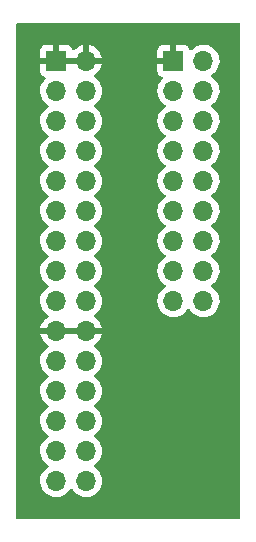
<source format=gtl>
%TF.GenerationSoftware,KiCad,Pcbnew,(5.99.0-11691-gd9cf939ba1)*%
%TF.CreationDate,2021-08-18T15:14:57+12:00*%
%TF.ProjectId,pmod_ov7670,706d6f64-5f6f-4763-9736-37302e6b6963,rev?*%
%TF.SameCoordinates,Original*%
%TF.FileFunction,Copper,L1,Top*%
%TF.FilePolarity,Positive*%
%FSLAX46Y46*%
G04 Gerber Fmt 4.6, Leading zero omitted, Abs format (unit mm)*
G04 Created by KiCad (PCBNEW (5.99.0-11691-gd9cf939ba1)) date 2021-08-18 15:14:57*
%MOMM*%
%LPD*%
G01*
G04 APERTURE LIST*
%TA.AperFunction,ComponentPad*%
%ADD10R,1.700000X1.700000*%
%TD*%
%TA.AperFunction,ComponentPad*%
%ADD11O,1.700000X1.700000*%
%TD*%
G04 APERTURE END LIST*
D10*
%TO.P,J2,1,Pin_1*%
%TO.N,+3V3*%
X31825000Y-21700000D03*
D11*
%TO.P,J2,2,Pin_2*%
%TO.N,GND*%
X34365000Y-21700000D03*
%TO.P,J2,3,Pin_3*%
%TO.N,/CAM_SCL*%
X31825000Y-24240000D03*
%TO.P,J2,4,Pin_4*%
%TO.N,/F20*%
X34365000Y-24240000D03*
%TO.P,J2,5,Pin_5*%
%TO.N,/CAM_VSY*%
X31825000Y-26780000D03*
%TO.P,J2,6,Pin_6*%
%TO.N,/B20*%
X34365000Y-26780000D03*
%TO.P,J2,7,Pin_7*%
%TO.N,/CAM_PCLK*%
X31825000Y-29320000D03*
%TO.P,J2,8,Pin_8*%
%TO.N,/B18*%
X34365000Y-29320000D03*
%TO.P,J2,9,Pin_9*%
%TO.N,/CAM_D7*%
X31825000Y-31860000D03*
%TO.P,J2,10,Pin_10*%
%TO.N,/C17*%
X34365000Y-31860000D03*
%TO.P,J2,11,Pin_11*%
%TO.N,/CAM_D5*%
X31825000Y-34400000D03*
%TO.P,J2,12,Pin_12*%
%TO.N,/D3*%
X34365000Y-34400000D03*
%TO.P,J2,13,Pin_13*%
%TO.N,/C3*%
X31825000Y-36940000D03*
%TO.P,J2,14,Pin_14*%
%TO.N,/B4*%
X34365000Y-36940000D03*
%TO.P,J2,15,Pin_15*%
%TO.N,/A3*%
X31825000Y-39480000D03*
%TO.P,J2,16,Pin_16*%
%TO.N,/E3*%
X34365000Y-39480000D03*
%TO.P,J2,17,Pin_17*%
%TO.N,/B1*%
X31825000Y-42020000D03*
%TO.P,J2,18,Pin_18*%
%TO.N,/C2*%
X34365000Y-42020000D03*
%TD*%
D10*
%TO.P,J1,1,Pin_1*%
%TO.N,+3V3*%
X21900000Y-21700000D03*
D11*
%TO.P,J1,2,Pin_2*%
X24440000Y-21700000D03*
%TO.P,J1,3,Pin_3*%
%TO.N,GND*%
X21900000Y-24240000D03*
%TO.P,J1,4,Pin_4*%
X24440000Y-24240000D03*
%TO.P,J1,5,Pin_5*%
%TO.N,/CAM_SCL*%
X21900000Y-26780000D03*
%TO.P,J1,6,Pin_6*%
%TO.N,/F20*%
X24440000Y-26780000D03*
%TO.P,J1,7,Pin_7*%
%TO.N,/CAM_VSY*%
X21900000Y-29320000D03*
%TO.P,J1,8,Pin_8*%
%TO.N,/B20*%
X24440000Y-29320000D03*
%TO.P,J1,9,Pin_9*%
%TO.N,/CAM_PCLK*%
X21900000Y-31860000D03*
%TO.P,J1,10,Pin_10*%
%TO.N,/B18*%
X24440000Y-31860000D03*
%TO.P,J1,11,Pin_11*%
%TO.N,/CAM_D7*%
X21900000Y-34400000D03*
%TO.P,J1,12,Pin_12*%
%TO.N,/C17*%
X24440000Y-34400000D03*
%TO.P,J1,13,Pin_13*%
%TO.N,/CAM_D5*%
X21900000Y-36940000D03*
%TO.P,J1,14,Pin_14*%
%TO.N,/D3*%
X24440000Y-36940000D03*
%TO.P,J1,15,Pin_15*%
%TO.N,GND*%
X21900000Y-39480000D03*
%TO.P,J1,16,Pin_16*%
%TO.N,+5V*%
X24440000Y-39480000D03*
%TO.P,J1,17,Pin_17*%
%TO.N,/C3*%
X21900000Y-42020000D03*
%TO.P,J1,18,Pin_18*%
%TO.N,/B4*%
X24440000Y-42020000D03*
%TO.P,J1,19,Pin_19*%
%TO.N,+3V3*%
X21900000Y-44560000D03*
%TO.P,J1,20,Pin_20*%
X24440000Y-44560000D03*
%TO.P,J1,21,Pin_21*%
%TO.N,GND*%
X21900000Y-47100000D03*
%TO.P,J1,22,Pin_22*%
X24440000Y-47100000D03*
%TO.P,J1,23,Pin_23*%
%TO.N,/A3*%
X21900000Y-49640000D03*
%TO.P,J1,24,Pin_24*%
%TO.N,/E3*%
X24440000Y-49640000D03*
%TO.P,J1,25,Pin_25*%
%TO.N,/B1*%
X21900000Y-52180000D03*
%TO.P,J1,26,Pin_26*%
%TO.N,/C2*%
X24440000Y-52180000D03*
%TO.P,J1,27,Pin_27*%
%TO.N,/D2*%
X21900000Y-54720000D03*
%TO.P,J1,28,Pin_28*%
%TO.N,/C1*%
X24440000Y-54720000D03*
%TO.P,J1,29,Pin_29*%
%TO.N,/E2*%
X21900000Y-57260000D03*
%TO.P,J1,30,Pin_30*%
%TO.N,/D1*%
X24440000Y-57260000D03*
%TD*%
%TA.AperFunction,Conductor*%
%TO.N,+3V3*%
G36*
X37434121Y-18528002D02*
G01*
X37480614Y-18581658D01*
X37492000Y-18634000D01*
X37492000Y-60366000D01*
X37471998Y-60434121D01*
X37418342Y-60480614D01*
X37366000Y-60492000D01*
X18634000Y-60492000D01*
X18565879Y-60471998D01*
X18519386Y-60418342D01*
X18508000Y-60366000D01*
X18508000Y-47066695D01*
X20537251Y-47066695D01*
X20537548Y-47071848D01*
X20537548Y-47071851D01*
X20543011Y-47166590D01*
X20550110Y-47289715D01*
X20551247Y-47294761D01*
X20551248Y-47294767D01*
X20571119Y-47382939D01*
X20599222Y-47507639D01*
X20683266Y-47714616D01*
X20734019Y-47797438D01*
X20797291Y-47900688D01*
X20799987Y-47905088D01*
X20946250Y-48073938D01*
X21118126Y-48216632D01*
X21188595Y-48257811D01*
X21191445Y-48259476D01*
X21240169Y-48311114D01*
X21253240Y-48380897D01*
X21226509Y-48446669D01*
X21186055Y-48480027D01*
X21173607Y-48486507D01*
X21169474Y-48489610D01*
X21169471Y-48489612D01*
X21145247Y-48507800D01*
X20994965Y-48620635D01*
X20840629Y-48782138D01*
X20714743Y-48966680D01*
X20620688Y-49169305D01*
X20560989Y-49384570D01*
X20537251Y-49606695D01*
X20537548Y-49611848D01*
X20537548Y-49611851D01*
X20543011Y-49706590D01*
X20550110Y-49829715D01*
X20551247Y-49834761D01*
X20551248Y-49834767D01*
X20571119Y-49922939D01*
X20599222Y-50047639D01*
X20683266Y-50254616D01*
X20734019Y-50337438D01*
X20797291Y-50440688D01*
X20799987Y-50445088D01*
X20946250Y-50613938D01*
X21118126Y-50756632D01*
X21188595Y-50797811D01*
X21191445Y-50799476D01*
X21240169Y-50851114D01*
X21253240Y-50920897D01*
X21226509Y-50986669D01*
X21186055Y-51020027D01*
X21173607Y-51026507D01*
X21169474Y-51029610D01*
X21169471Y-51029612D01*
X21145247Y-51047800D01*
X20994965Y-51160635D01*
X20840629Y-51322138D01*
X20714743Y-51506680D01*
X20620688Y-51709305D01*
X20560989Y-51924570D01*
X20537251Y-52146695D01*
X20537548Y-52151848D01*
X20537548Y-52151851D01*
X20543011Y-52246590D01*
X20550110Y-52369715D01*
X20551247Y-52374761D01*
X20551248Y-52374767D01*
X20571119Y-52462939D01*
X20599222Y-52587639D01*
X20683266Y-52794616D01*
X20734019Y-52877438D01*
X20797291Y-52980688D01*
X20799987Y-52985088D01*
X20946250Y-53153938D01*
X21118126Y-53296632D01*
X21188595Y-53337811D01*
X21191445Y-53339476D01*
X21240169Y-53391114D01*
X21253240Y-53460897D01*
X21226509Y-53526669D01*
X21186055Y-53560027D01*
X21173607Y-53566507D01*
X21169474Y-53569610D01*
X21169471Y-53569612D01*
X21145247Y-53587800D01*
X20994965Y-53700635D01*
X20840629Y-53862138D01*
X20714743Y-54046680D01*
X20620688Y-54249305D01*
X20560989Y-54464570D01*
X20537251Y-54686695D01*
X20537548Y-54691848D01*
X20537548Y-54691851D01*
X20543011Y-54786590D01*
X20550110Y-54909715D01*
X20551247Y-54914761D01*
X20551248Y-54914767D01*
X20571119Y-55002939D01*
X20599222Y-55127639D01*
X20683266Y-55334616D01*
X20734019Y-55417438D01*
X20797291Y-55520688D01*
X20799987Y-55525088D01*
X20946250Y-55693938D01*
X21118126Y-55836632D01*
X21188595Y-55877811D01*
X21191445Y-55879476D01*
X21240169Y-55931114D01*
X21253240Y-56000897D01*
X21226509Y-56066669D01*
X21186055Y-56100027D01*
X21173607Y-56106507D01*
X21169474Y-56109610D01*
X21169471Y-56109612D01*
X21145247Y-56127800D01*
X20994965Y-56240635D01*
X20840629Y-56402138D01*
X20714743Y-56586680D01*
X20620688Y-56789305D01*
X20560989Y-57004570D01*
X20537251Y-57226695D01*
X20537548Y-57231848D01*
X20537548Y-57231851D01*
X20543011Y-57326590D01*
X20550110Y-57449715D01*
X20551247Y-57454761D01*
X20551248Y-57454767D01*
X20571119Y-57542939D01*
X20599222Y-57667639D01*
X20683266Y-57874616D01*
X20734019Y-57957438D01*
X20797291Y-58060688D01*
X20799987Y-58065088D01*
X20946250Y-58233938D01*
X21118126Y-58376632D01*
X21311000Y-58489338D01*
X21519692Y-58569030D01*
X21524760Y-58570061D01*
X21524763Y-58570062D01*
X21632017Y-58591883D01*
X21738597Y-58613567D01*
X21743772Y-58613757D01*
X21743774Y-58613757D01*
X21956673Y-58621564D01*
X21956677Y-58621564D01*
X21961837Y-58621753D01*
X21966957Y-58621097D01*
X21966959Y-58621097D01*
X22178288Y-58594025D01*
X22178289Y-58594025D01*
X22183416Y-58593368D01*
X22188366Y-58591883D01*
X22392429Y-58530661D01*
X22392434Y-58530659D01*
X22397384Y-58529174D01*
X22597994Y-58430896D01*
X22779860Y-58301173D01*
X22938096Y-58143489D01*
X22997594Y-58060689D01*
X23068453Y-57962077D01*
X23069776Y-57963028D01*
X23116645Y-57919857D01*
X23186580Y-57907625D01*
X23252026Y-57935144D01*
X23279875Y-57966994D01*
X23339987Y-58065088D01*
X23486250Y-58233938D01*
X23658126Y-58376632D01*
X23851000Y-58489338D01*
X24059692Y-58569030D01*
X24064760Y-58570061D01*
X24064763Y-58570062D01*
X24172017Y-58591883D01*
X24278597Y-58613567D01*
X24283772Y-58613757D01*
X24283774Y-58613757D01*
X24496673Y-58621564D01*
X24496677Y-58621564D01*
X24501837Y-58621753D01*
X24506957Y-58621097D01*
X24506959Y-58621097D01*
X24718288Y-58594025D01*
X24718289Y-58594025D01*
X24723416Y-58593368D01*
X24728366Y-58591883D01*
X24932429Y-58530661D01*
X24932434Y-58530659D01*
X24937384Y-58529174D01*
X25137994Y-58430896D01*
X25319860Y-58301173D01*
X25478096Y-58143489D01*
X25537594Y-58060689D01*
X25605435Y-57966277D01*
X25608453Y-57962077D01*
X25629320Y-57919857D01*
X25705136Y-57766453D01*
X25705137Y-57766451D01*
X25707430Y-57761811D01*
X25772370Y-57548069D01*
X25801529Y-57326590D01*
X25803156Y-57260000D01*
X25784852Y-57037361D01*
X25730431Y-56820702D01*
X25641354Y-56615840D01*
X25520014Y-56428277D01*
X25369670Y-56263051D01*
X25365619Y-56259852D01*
X25365615Y-56259848D01*
X25198414Y-56127800D01*
X25198410Y-56127798D01*
X25194359Y-56124598D01*
X25153053Y-56101796D01*
X25103084Y-56051364D01*
X25088312Y-55981921D01*
X25113428Y-55915516D01*
X25140780Y-55888909D01*
X25184603Y-55857650D01*
X25319860Y-55761173D01*
X25478096Y-55603489D01*
X25537594Y-55520689D01*
X25605435Y-55426277D01*
X25608453Y-55422077D01*
X25629320Y-55379857D01*
X25705136Y-55226453D01*
X25705137Y-55226451D01*
X25707430Y-55221811D01*
X25772370Y-55008069D01*
X25801529Y-54786590D01*
X25803156Y-54720000D01*
X25784852Y-54497361D01*
X25730431Y-54280702D01*
X25641354Y-54075840D01*
X25520014Y-53888277D01*
X25369670Y-53723051D01*
X25365619Y-53719852D01*
X25365615Y-53719848D01*
X25198414Y-53587800D01*
X25198410Y-53587798D01*
X25194359Y-53584598D01*
X25153053Y-53561796D01*
X25103084Y-53511364D01*
X25088312Y-53441921D01*
X25113428Y-53375516D01*
X25140780Y-53348909D01*
X25184603Y-53317650D01*
X25319860Y-53221173D01*
X25478096Y-53063489D01*
X25537594Y-52980689D01*
X25605435Y-52886277D01*
X25608453Y-52882077D01*
X25629320Y-52839857D01*
X25705136Y-52686453D01*
X25705137Y-52686451D01*
X25707430Y-52681811D01*
X25772370Y-52468069D01*
X25801529Y-52246590D01*
X25803156Y-52180000D01*
X25784852Y-51957361D01*
X25730431Y-51740702D01*
X25641354Y-51535840D01*
X25520014Y-51348277D01*
X25369670Y-51183051D01*
X25365619Y-51179852D01*
X25365615Y-51179848D01*
X25198414Y-51047800D01*
X25198410Y-51047798D01*
X25194359Y-51044598D01*
X25153053Y-51021796D01*
X25103084Y-50971364D01*
X25088312Y-50901921D01*
X25113428Y-50835516D01*
X25140780Y-50808909D01*
X25184603Y-50777650D01*
X25319860Y-50681173D01*
X25478096Y-50523489D01*
X25537594Y-50440689D01*
X25605435Y-50346277D01*
X25608453Y-50342077D01*
X25629320Y-50299857D01*
X25705136Y-50146453D01*
X25705137Y-50146451D01*
X25707430Y-50141811D01*
X25772370Y-49928069D01*
X25801529Y-49706590D01*
X25803156Y-49640000D01*
X25784852Y-49417361D01*
X25730431Y-49200702D01*
X25641354Y-48995840D01*
X25520014Y-48808277D01*
X25369670Y-48643051D01*
X25365619Y-48639852D01*
X25365615Y-48639848D01*
X25198414Y-48507800D01*
X25198410Y-48507798D01*
X25194359Y-48504598D01*
X25153053Y-48481796D01*
X25103084Y-48431364D01*
X25088312Y-48361921D01*
X25113428Y-48295516D01*
X25140780Y-48268909D01*
X25184603Y-48237650D01*
X25319860Y-48141173D01*
X25478096Y-47983489D01*
X25537594Y-47900689D01*
X25605435Y-47806277D01*
X25608453Y-47802077D01*
X25629320Y-47759857D01*
X25705136Y-47606453D01*
X25705137Y-47606451D01*
X25707430Y-47601811D01*
X25772370Y-47388069D01*
X25801529Y-47166590D01*
X25803156Y-47100000D01*
X25784852Y-46877361D01*
X25730431Y-46660702D01*
X25641354Y-46455840D01*
X25520014Y-46268277D01*
X25369670Y-46103051D01*
X25365619Y-46099852D01*
X25365615Y-46099848D01*
X25198414Y-45967800D01*
X25198410Y-45967798D01*
X25194359Y-45964598D01*
X25152569Y-45941529D01*
X25102598Y-45891097D01*
X25087826Y-45821654D01*
X25112942Y-45755248D01*
X25140294Y-45728641D01*
X25315328Y-45603792D01*
X25323200Y-45597139D01*
X25474052Y-45446812D01*
X25480730Y-45438965D01*
X25605003Y-45266020D01*
X25610313Y-45257183D01*
X25704670Y-45066267D01*
X25708469Y-45056672D01*
X25770377Y-44852910D01*
X25772555Y-44842837D01*
X25773986Y-44831962D01*
X25771775Y-44817778D01*
X25758617Y-44814000D01*
X20583225Y-44814000D01*
X20569694Y-44817973D01*
X20568257Y-44827966D01*
X20598565Y-44962446D01*
X20601645Y-44972275D01*
X20681770Y-45169603D01*
X20686413Y-45178794D01*
X20797694Y-45360388D01*
X20803777Y-45368699D01*
X20943213Y-45529667D01*
X20950580Y-45536883D01*
X21114434Y-45672916D01*
X21122881Y-45678831D01*
X21191969Y-45719203D01*
X21240693Y-45770842D01*
X21253764Y-45840625D01*
X21227033Y-45906396D01*
X21186584Y-45939752D01*
X21173607Y-45946507D01*
X21169474Y-45949610D01*
X21169471Y-45949612D01*
X21145247Y-45967800D01*
X20994965Y-46080635D01*
X20840629Y-46242138D01*
X20714743Y-46426680D01*
X20620688Y-46629305D01*
X20560989Y-46844570D01*
X20537251Y-47066695D01*
X18508000Y-47066695D01*
X18508000Y-24206695D01*
X20537251Y-24206695D01*
X20537548Y-24211848D01*
X20537548Y-24211851D01*
X20543011Y-24306590D01*
X20550110Y-24429715D01*
X20551247Y-24434761D01*
X20551248Y-24434767D01*
X20571119Y-24522939D01*
X20599222Y-24647639D01*
X20683266Y-24854616D01*
X20734019Y-24937438D01*
X20797291Y-25040688D01*
X20799987Y-25045088D01*
X20946250Y-25213938D01*
X21118126Y-25356632D01*
X21188595Y-25397811D01*
X21191445Y-25399476D01*
X21240169Y-25451114D01*
X21253240Y-25520897D01*
X21226509Y-25586669D01*
X21186055Y-25620027D01*
X21173607Y-25626507D01*
X21169474Y-25629610D01*
X21169471Y-25629612D01*
X21145247Y-25647800D01*
X20994965Y-25760635D01*
X20840629Y-25922138D01*
X20714743Y-26106680D01*
X20620688Y-26309305D01*
X20560989Y-26524570D01*
X20537251Y-26746695D01*
X20537548Y-26751848D01*
X20537548Y-26751851D01*
X20543011Y-26846590D01*
X20550110Y-26969715D01*
X20551247Y-26974761D01*
X20551248Y-26974767D01*
X20571119Y-27062939D01*
X20599222Y-27187639D01*
X20683266Y-27394616D01*
X20734019Y-27477438D01*
X20797291Y-27580688D01*
X20799987Y-27585088D01*
X20946250Y-27753938D01*
X21118126Y-27896632D01*
X21188595Y-27937811D01*
X21191445Y-27939476D01*
X21240169Y-27991114D01*
X21253240Y-28060897D01*
X21226509Y-28126669D01*
X21186055Y-28160027D01*
X21173607Y-28166507D01*
X21169474Y-28169610D01*
X21169471Y-28169612D01*
X21145247Y-28187800D01*
X20994965Y-28300635D01*
X20840629Y-28462138D01*
X20714743Y-28646680D01*
X20620688Y-28849305D01*
X20560989Y-29064570D01*
X20537251Y-29286695D01*
X20537548Y-29291848D01*
X20537548Y-29291851D01*
X20543011Y-29386590D01*
X20550110Y-29509715D01*
X20551247Y-29514761D01*
X20551248Y-29514767D01*
X20571119Y-29602939D01*
X20599222Y-29727639D01*
X20683266Y-29934616D01*
X20734019Y-30017438D01*
X20797291Y-30120688D01*
X20799987Y-30125088D01*
X20946250Y-30293938D01*
X21118126Y-30436632D01*
X21188595Y-30477811D01*
X21191445Y-30479476D01*
X21240169Y-30531114D01*
X21253240Y-30600897D01*
X21226509Y-30666669D01*
X21186055Y-30700027D01*
X21173607Y-30706507D01*
X21169474Y-30709610D01*
X21169471Y-30709612D01*
X21145247Y-30727800D01*
X20994965Y-30840635D01*
X20840629Y-31002138D01*
X20714743Y-31186680D01*
X20620688Y-31389305D01*
X20560989Y-31604570D01*
X20537251Y-31826695D01*
X20537548Y-31831848D01*
X20537548Y-31831851D01*
X20543011Y-31926590D01*
X20550110Y-32049715D01*
X20551247Y-32054761D01*
X20551248Y-32054767D01*
X20571119Y-32142939D01*
X20599222Y-32267639D01*
X20683266Y-32474616D01*
X20734019Y-32557438D01*
X20797291Y-32660688D01*
X20799987Y-32665088D01*
X20946250Y-32833938D01*
X21118126Y-32976632D01*
X21188595Y-33017811D01*
X21191445Y-33019476D01*
X21240169Y-33071114D01*
X21253240Y-33140897D01*
X21226509Y-33206669D01*
X21186055Y-33240027D01*
X21173607Y-33246507D01*
X21169474Y-33249610D01*
X21169471Y-33249612D01*
X21145247Y-33267800D01*
X20994965Y-33380635D01*
X20840629Y-33542138D01*
X20714743Y-33726680D01*
X20620688Y-33929305D01*
X20560989Y-34144570D01*
X20537251Y-34366695D01*
X20537548Y-34371848D01*
X20537548Y-34371851D01*
X20543011Y-34466590D01*
X20550110Y-34589715D01*
X20551247Y-34594761D01*
X20551248Y-34594767D01*
X20571119Y-34682939D01*
X20599222Y-34807639D01*
X20683266Y-35014616D01*
X20734019Y-35097438D01*
X20797291Y-35200688D01*
X20799987Y-35205088D01*
X20946250Y-35373938D01*
X21118126Y-35516632D01*
X21188595Y-35557811D01*
X21191445Y-35559476D01*
X21240169Y-35611114D01*
X21253240Y-35680897D01*
X21226509Y-35746669D01*
X21186055Y-35780027D01*
X21173607Y-35786507D01*
X21169474Y-35789610D01*
X21169471Y-35789612D01*
X21145247Y-35807800D01*
X20994965Y-35920635D01*
X20840629Y-36082138D01*
X20714743Y-36266680D01*
X20620688Y-36469305D01*
X20560989Y-36684570D01*
X20537251Y-36906695D01*
X20537548Y-36911848D01*
X20537548Y-36911851D01*
X20543011Y-37006590D01*
X20550110Y-37129715D01*
X20551247Y-37134761D01*
X20551248Y-37134767D01*
X20571119Y-37222939D01*
X20599222Y-37347639D01*
X20683266Y-37554616D01*
X20734019Y-37637438D01*
X20797291Y-37740688D01*
X20799987Y-37745088D01*
X20946250Y-37913938D01*
X21118126Y-38056632D01*
X21188595Y-38097811D01*
X21191445Y-38099476D01*
X21240169Y-38151114D01*
X21253240Y-38220897D01*
X21226509Y-38286669D01*
X21186055Y-38320027D01*
X21173607Y-38326507D01*
X21169474Y-38329610D01*
X21169471Y-38329612D01*
X21145247Y-38347800D01*
X20994965Y-38460635D01*
X20840629Y-38622138D01*
X20714743Y-38806680D01*
X20620688Y-39009305D01*
X20560989Y-39224570D01*
X20537251Y-39446695D01*
X20537548Y-39451848D01*
X20537548Y-39451851D01*
X20543011Y-39546590D01*
X20550110Y-39669715D01*
X20551247Y-39674761D01*
X20551248Y-39674767D01*
X20571119Y-39762939D01*
X20599222Y-39887639D01*
X20683266Y-40094616D01*
X20734019Y-40177438D01*
X20797291Y-40280688D01*
X20799987Y-40285088D01*
X20946250Y-40453938D01*
X21118126Y-40596632D01*
X21188595Y-40637811D01*
X21191445Y-40639476D01*
X21240169Y-40691114D01*
X21253240Y-40760897D01*
X21226509Y-40826669D01*
X21186055Y-40860027D01*
X21173607Y-40866507D01*
X21169474Y-40869610D01*
X21169471Y-40869612D01*
X21145247Y-40887800D01*
X20994965Y-41000635D01*
X20840629Y-41162138D01*
X20714743Y-41346680D01*
X20620688Y-41549305D01*
X20560989Y-41764570D01*
X20537251Y-41986695D01*
X20537548Y-41991848D01*
X20537548Y-41991851D01*
X20543011Y-42086590D01*
X20550110Y-42209715D01*
X20551247Y-42214761D01*
X20551248Y-42214767D01*
X20571119Y-42302939D01*
X20599222Y-42427639D01*
X20683266Y-42634616D01*
X20734019Y-42717438D01*
X20797291Y-42820688D01*
X20799987Y-42825088D01*
X20946250Y-42993938D01*
X21118126Y-43136632D01*
X21191955Y-43179774D01*
X21240679Y-43231412D01*
X21253750Y-43301195D01*
X21227019Y-43366967D01*
X21186562Y-43400327D01*
X21178457Y-43404546D01*
X21169738Y-43410036D01*
X20999433Y-43537905D01*
X20991726Y-43544748D01*
X20844590Y-43698717D01*
X20838104Y-43706727D01*
X20718098Y-43882649D01*
X20713000Y-43891623D01*
X20623338Y-44084783D01*
X20619775Y-44094470D01*
X20564389Y-44294183D01*
X20565912Y-44302607D01*
X20578292Y-44306000D01*
X25758344Y-44306000D01*
X25771875Y-44302027D01*
X25773180Y-44292947D01*
X25731214Y-44125875D01*
X25727894Y-44116124D01*
X25642972Y-43920814D01*
X25638105Y-43911739D01*
X25522426Y-43732926D01*
X25516136Y-43724757D01*
X25372806Y-43567240D01*
X25365273Y-43560215D01*
X25198139Y-43428222D01*
X25189556Y-43422520D01*
X25152602Y-43402120D01*
X25102631Y-43351687D01*
X25087859Y-43282245D01*
X25112975Y-43215839D01*
X25140327Y-43189232D01*
X25163797Y-43172491D01*
X25319860Y-43061173D01*
X25478096Y-42903489D01*
X25537594Y-42820689D01*
X25605435Y-42726277D01*
X25608453Y-42722077D01*
X25629320Y-42679857D01*
X25705136Y-42526453D01*
X25705137Y-42526451D01*
X25707430Y-42521811D01*
X25772370Y-42308069D01*
X25801529Y-42086590D01*
X25803156Y-42020000D01*
X25784852Y-41797361D01*
X25730431Y-41580702D01*
X25641354Y-41375840D01*
X25520014Y-41188277D01*
X25369670Y-41023051D01*
X25365619Y-41019852D01*
X25365615Y-41019848D01*
X25198414Y-40887800D01*
X25198410Y-40887798D01*
X25194359Y-40884598D01*
X25153053Y-40861796D01*
X25103084Y-40811364D01*
X25088312Y-40741921D01*
X25113428Y-40675516D01*
X25140780Y-40648909D01*
X25184603Y-40617650D01*
X25319860Y-40521173D01*
X25478096Y-40363489D01*
X25537594Y-40280689D01*
X25605435Y-40186277D01*
X25608453Y-40182077D01*
X25629320Y-40139857D01*
X25705136Y-39986453D01*
X25705137Y-39986451D01*
X25707430Y-39981811D01*
X25772370Y-39768069D01*
X25801529Y-39546590D01*
X25803156Y-39480000D01*
X25784852Y-39257361D01*
X25730431Y-39040702D01*
X25641354Y-38835840D01*
X25520014Y-38648277D01*
X25369670Y-38483051D01*
X25365619Y-38479852D01*
X25365615Y-38479848D01*
X25198414Y-38347800D01*
X25198410Y-38347798D01*
X25194359Y-38344598D01*
X25153053Y-38321796D01*
X25103084Y-38271364D01*
X25088312Y-38201921D01*
X25113428Y-38135516D01*
X25140780Y-38108909D01*
X25184603Y-38077650D01*
X25319860Y-37981173D01*
X25478096Y-37823489D01*
X25537594Y-37740689D01*
X25605435Y-37646277D01*
X25608453Y-37642077D01*
X25629320Y-37599857D01*
X25705136Y-37446453D01*
X25705137Y-37446451D01*
X25707430Y-37441811D01*
X25772370Y-37228069D01*
X25801529Y-37006590D01*
X25803156Y-36940000D01*
X25784852Y-36717361D01*
X25730431Y-36500702D01*
X25641354Y-36295840D01*
X25520014Y-36108277D01*
X25369670Y-35943051D01*
X25365619Y-35939852D01*
X25365615Y-35939848D01*
X25198414Y-35807800D01*
X25198410Y-35807798D01*
X25194359Y-35804598D01*
X25153053Y-35781796D01*
X25103084Y-35731364D01*
X25088312Y-35661921D01*
X25113428Y-35595516D01*
X25140780Y-35568909D01*
X25184603Y-35537650D01*
X25319860Y-35441173D01*
X25478096Y-35283489D01*
X25537594Y-35200689D01*
X25605435Y-35106277D01*
X25608453Y-35102077D01*
X25629320Y-35059857D01*
X25705136Y-34906453D01*
X25705137Y-34906451D01*
X25707430Y-34901811D01*
X25772370Y-34688069D01*
X25801529Y-34466590D01*
X25803156Y-34400000D01*
X25784852Y-34177361D01*
X25730431Y-33960702D01*
X25641354Y-33755840D01*
X25520014Y-33568277D01*
X25369670Y-33403051D01*
X25365619Y-33399852D01*
X25365615Y-33399848D01*
X25198414Y-33267800D01*
X25198410Y-33267798D01*
X25194359Y-33264598D01*
X25153053Y-33241796D01*
X25103084Y-33191364D01*
X25088312Y-33121921D01*
X25113428Y-33055516D01*
X25140780Y-33028909D01*
X25184603Y-32997650D01*
X25319860Y-32901173D01*
X25478096Y-32743489D01*
X25537594Y-32660689D01*
X25605435Y-32566277D01*
X25608453Y-32562077D01*
X25629320Y-32519857D01*
X25705136Y-32366453D01*
X25705137Y-32366451D01*
X25707430Y-32361811D01*
X25772370Y-32148069D01*
X25801529Y-31926590D01*
X25803156Y-31860000D01*
X25784852Y-31637361D01*
X25730431Y-31420702D01*
X25641354Y-31215840D01*
X25520014Y-31028277D01*
X25369670Y-30863051D01*
X25365619Y-30859852D01*
X25365615Y-30859848D01*
X25198414Y-30727800D01*
X25198410Y-30727798D01*
X25194359Y-30724598D01*
X25153053Y-30701796D01*
X25103084Y-30651364D01*
X25088312Y-30581921D01*
X25113428Y-30515516D01*
X25140780Y-30488909D01*
X25184603Y-30457650D01*
X25319860Y-30361173D01*
X25478096Y-30203489D01*
X25537594Y-30120689D01*
X25605435Y-30026277D01*
X25608453Y-30022077D01*
X25629320Y-29979857D01*
X25705136Y-29826453D01*
X25705137Y-29826451D01*
X25707430Y-29821811D01*
X25772370Y-29608069D01*
X25801529Y-29386590D01*
X25803156Y-29320000D01*
X25784852Y-29097361D01*
X25730431Y-28880702D01*
X25641354Y-28675840D01*
X25520014Y-28488277D01*
X25369670Y-28323051D01*
X25365619Y-28319852D01*
X25365615Y-28319848D01*
X25198414Y-28187800D01*
X25198410Y-28187798D01*
X25194359Y-28184598D01*
X25153053Y-28161796D01*
X25103084Y-28111364D01*
X25088312Y-28041921D01*
X25113428Y-27975516D01*
X25140780Y-27948909D01*
X25184603Y-27917650D01*
X25319860Y-27821173D01*
X25478096Y-27663489D01*
X25537594Y-27580689D01*
X25605435Y-27486277D01*
X25608453Y-27482077D01*
X25629320Y-27439857D01*
X25705136Y-27286453D01*
X25705137Y-27286451D01*
X25707430Y-27281811D01*
X25772370Y-27068069D01*
X25801529Y-26846590D01*
X25803156Y-26780000D01*
X25784852Y-26557361D01*
X25730431Y-26340702D01*
X25641354Y-26135840D01*
X25520014Y-25948277D01*
X25369670Y-25783051D01*
X25365619Y-25779852D01*
X25365615Y-25779848D01*
X25198414Y-25647800D01*
X25198410Y-25647798D01*
X25194359Y-25644598D01*
X25153053Y-25621796D01*
X25103084Y-25571364D01*
X25088312Y-25501921D01*
X25113428Y-25435516D01*
X25140780Y-25408909D01*
X25184603Y-25377650D01*
X25319860Y-25281173D01*
X25478096Y-25123489D01*
X25537594Y-25040689D01*
X25605435Y-24946277D01*
X25608453Y-24942077D01*
X25629320Y-24899857D01*
X25705136Y-24746453D01*
X25705137Y-24746451D01*
X25707430Y-24741811D01*
X25772370Y-24528069D01*
X25801529Y-24306590D01*
X25803156Y-24240000D01*
X25800418Y-24206695D01*
X30462251Y-24206695D01*
X30462548Y-24211848D01*
X30462548Y-24211851D01*
X30468011Y-24306590D01*
X30475110Y-24429715D01*
X30476247Y-24434761D01*
X30476248Y-24434767D01*
X30496119Y-24522939D01*
X30524222Y-24647639D01*
X30608266Y-24854616D01*
X30659019Y-24937438D01*
X30722291Y-25040688D01*
X30724987Y-25045088D01*
X30871250Y-25213938D01*
X31043126Y-25356632D01*
X31113595Y-25397811D01*
X31116445Y-25399476D01*
X31165169Y-25451114D01*
X31178240Y-25520897D01*
X31151509Y-25586669D01*
X31111055Y-25620027D01*
X31098607Y-25626507D01*
X31094474Y-25629610D01*
X31094471Y-25629612D01*
X31070247Y-25647800D01*
X30919965Y-25760635D01*
X30765629Y-25922138D01*
X30639743Y-26106680D01*
X30545688Y-26309305D01*
X30485989Y-26524570D01*
X30462251Y-26746695D01*
X30462548Y-26751848D01*
X30462548Y-26751851D01*
X30468011Y-26846590D01*
X30475110Y-26969715D01*
X30476247Y-26974761D01*
X30476248Y-26974767D01*
X30496119Y-27062939D01*
X30524222Y-27187639D01*
X30608266Y-27394616D01*
X30659019Y-27477438D01*
X30722291Y-27580688D01*
X30724987Y-27585088D01*
X30871250Y-27753938D01*
X31043126Y-27896632D01*
X31113595Y-27937811D01*
X31116445Y-27939476D01*
X31165169Y-27991114D01*
X31178240Y-28060897D01*
X31151509Y-28126669D01*
X31111055Y-28160027D01*
X31098607Y-28166507D01*
X31094474Y-28169610D01*
X31094471Y-28169612D01*
X31070247Y-28187800D01*
X30919965Y-28300635D01*
X30765629Y-28462138D01*
X30639743Y-28646680D01*
X30545688Y-28849305D01*
X30485989Y-29064570D01*
X30462251Y-29286695D01*
X30462548Y-29291848D01*
X30462548Y-29291851D01*
X30468011Y-29386590D01*
X30475110Y-29509715D01*
X30476247Y-29514761D01*
X30476248Y-29514767D01*
X30496119Y-29602939D01*
X30524222Y-29727639D01*
X30608266Y-29934616D01*
X30659019Y-30017438D01*
X30722291Y-30120688D01*
X30724987Y-30125088D01*
X30871250Y-30293938D01*
X31043126Y-30436632D01*
X31113595Y-30477811D01*
X31116445Y-30479476D01*
X31165169Y-30531114D01*
X31178240Y-30600897D01*
X31151509Y-30666669D01*
X31111055Y-30700027D01*
X31098607Y-30706507D01*
X31094474Y-30709610D01*
X31094471Y-30709612D01*
X31070247Y-30727800D01*
X30919965Y-30840635D01*
X30765629Y-31002138D01*
X30639743Y-31186680D01*
X30545688Y-31389305D01*
X30485989Y-31604570D01*
X30462251Y-31826695D01*
X30462548Y-31831848D01*
X30462548Y-31831851D01*
X30468011Y-31926590D01*
X30475110Y-32049715D01*
X30476247Y-32054761D01*
X30476248Y-32054767D01*
X30496119Y-32142939D01*
X30524222Y-32267639D01*
X30608266Y-32474616D01*
X30659019Y-32557438D01*
X30722291Y-32660688D01*
X30724987Y-32665088D01*
X30871250Y-32833938D01*
X31043126Y-32976632D01*
X31113595Y-33017811D01*
X31116445Y-33019476D01*
X31165169Y-33071114D01*
X31178240Y-33140897D01*
X31151509Y-33206669D01*
X31111055Y-33240027D01*
X31098607Y-33246507D01*
X31094474Y-33249610D01*
X31094471Y-33249612D01*
X31070247Y-33267800D01*
X30919965Y-33380635D01*
X30765629Y-33542138D01*
X30639743Y-33726680D01*
X30545688Y-33929305D01*
X30485989Y-34144570D01*
X30462251Y-34366695D01*
X30462548Y-34371848D01*
X30462548Y-34371851D01*
X30468011Y-34466590D01*
X30475110Y-34589715D01*
X30476247Y-34594761D01*
X30476248Y-34594767D01*
X30496119Y-34682939D01*
X30524222Y-34807639D01*
X30608266Y-35014616D01*
X30659019Y-35097438D01*
X30722291Y-35200688D01*
X30724987Y-35205088D01*
X30871250Y-35373938D01*
X31043126Y-35516632D01*
X31113595Y-35557811D01*
X31116445Y-35559476D01*
X31165169Y-35611114D01*
X31178240Y-35680897D01*
X31151509Y-35746669D01*
X31111055Y-35780027D01*
X31098607Y-35786507D01*
X31094474Y-35789610D01*
X31094471Y-35789612D01*
X31070247Y-35807800D01*
X30919965Y-35920635D01*
X30765629Y-36082138D01*
X30639743Y-36266680D01*
X30545688Y-36469305D01*
X30485989Y-36684570D01*
X30462251Y-36906695D01*
X30462548Y-36911848D01*
X30462548Y-36911851D01*
X30468011Y-37006590D01*
X30475110Y-37129715D01*
X30476247Y-37134761D01*
X30476248Y-37134767D01*
X30496119Y-37222939D01*
X30524222Y-37347639D01*
X30608266Y-37554616D01*
X30659019Y-37637438D01*
X30722291Y-37740688D01*
X30724987Y-37745088D01*
X30871250Y-37913938D01*
X31043126Y-38056632D01*
X31113595Y-38097811D01*
X31116445Y-38099476D01*
X31165169Y-38151114D01*
X31178240Y-38220897D01*
X31151509Y-38286669D01*
X31111055Y-38320027D01*
X31098607Y-38326507D01*
X31094474Y-38329610D01*
X31094471Y-38329612D01*
X31070247Y-38347800D01*
X30919965Y-38460635D01*
X30765629Y-38622138D01*
X30639743Y-38806680D01*
X30545688Y-39009305D01*
X30485989Y-39224570D01*
X30462251Y-39446695D01*
X30462548Y-39451848D01*
X30462548Y-39451851D01*
X30468011Y-39546590D01*
X30475110Y-39669715D01*
X30476247Y-39674761D01*
X30476248Y-39674767D01*
X30496119Y-39762939D01*
X30524222Y-39887639D01*
X30608266Y-40094616D01*
X30659019Y-40177438D01*
X30722291Y-40280688D01*
X30724987Y-40285088D01*
X30871250Y-40453938D01*
X31043126Y-40596632D01*
X31113595Y-40637811D01*
X31116445Y-40639476D01*
X31165169Y-40691114D01*
X31178240Y-40760897D01*
X31151509Y-40826669D01*
X31111055Y-40860027D01*
X31098607Y-40866507D01*
X31094474Y-40869610D01*
X31094471Y-40869612D01*
X31070247Y-40887800D01*
X30919965Y-41000635D01*
X30765629Y-41162138D01*
X30639743Y-41346680D01*
X30545688Y-41549305D01*
X30485989Y-41764570D01*
X30462251Y-41986695D01*
X30462548Y-41991848D01*
X30462548Y-41991851D01*
X30468011Y-42086590D01*
X30475110Y-42209715D01*
X30476247Y-42214761D01*
X30476248Y-42214767D01*
X30496119Y-42302939D01*
X30524222Y-42427639D01*
X30608266Y-42634616D01*
X30659019Y-42717438D01*
X30722291Y-42820688D01*
X30724987Y-42825088D01*
X30871250Y-42993938D01*
X31043126Y-43136632D01*
X31236000Y-43249338D01*
X31444692Y-43329030D01*
X31449760Y-43330061D01*
X31449763Y-43330062D01*
X31556054Y-43351687D01*
X31663597Y-43373567D01*
X31668772Y-43373757D01*
X31668774Y-43373757D01*
X31881673Y-43381564D01*
X31881677Y-43381564D01*
X31886837Y-43381753D01*
X31891957Y-43381097D01*
X31891959Y-43381097D01*
X32103288Y-43354025D01*
X32103289Y-43354025D01*
X32108416Y-43353368D01*
X32114019Y-43351687D01*
X32317429Y-43290661D01*
X32317434Y-43290659D01*
X32322384Y-43289174D01*
X32522994Y-43190896D01*
X32704860Y-43061173D01*
X32863096Y-42903489D01*
X32922594Y-42820689D01*
X32993453Y-42722077D01*
X32994776Y-42723028D01*
X33041645Y-42679857D01*
X33111580Y-42667625D01*
X33177026Y-42695144D01*
X33204875Y-42726994D01*
X33264987Y-42825088D01*
X33411250Y-42993938D01*
X33583126Y-43136632D01*
X33776000Y-43249338D01*
X33984692Y-43329030D01*
X33989760Y-43330061D01*
X33989763Y-43330062D01*
X34096054Y-43351687D01*
X34203597Y-43373567D01*
X34208772Y-43373757D01*
X34208774Y-43373757D01*
X34421673Y-43381564D01*
X34421677Y-43381564D01*
X34426837Y-43381753D01*
X34431957Y-43381097D01*
X34431959Y-43381097D01*
X34643288Y-43354025D01*
X34643289Y-43354025D01*
X34648416Y-43353368D01*
X34654019Y-43351687D01*
X34857429Y-43290661D01*
X34857434Y-43290659D01*
X34862384Y-43289174D01*
X35062994Y-43190896D01*
X35244860Y-43061173D01*
X35403096Y-42903489D01*
X35462594Y-42820689D01*
X35530435Y-42726277D01*
X35533453Y-42722077D01*
X35554320Y-42679857D01*
X35630136Y-42526453D01*
X35630137Y-42526451D01*
X35632430Y-42521811D01*
X35697370Y-42308069D01*
X35726529Y-42086590D01*
X35728156Y-42020000D01*
X35709852Y-41797361D01*
X35655431Y-41580702D01*
X35566354Y-41375840D01*
X35445014Y-41188277D01*
X35294670Y-41023051D01*
X35290619Y-41019852D01*
X35290615Y-41019848D01*
X35123414Y-40887800D01*
X35123410Y-40887798D01*
X35119359Y-40884598D01*
X35078053Y-40861796D01*
X35028084Y-40811364D01*
X35013312Y-40741921D01*
X35038428Y-40675516D01*
X35065780Y-40648909D01*
X35109603Y-40617650D01*
X35244860Y-40521173D01*
X35403096Y-40363489D01*
X35462594Y-40280689D01*
X35530435Y-40186277D01*
X35533453Y-40182077D01*
X35554320Y-40139857D01*
X35630136Y-39986453D01*
X35630137Y-39986451D01*
X35632430Y-39981811D01*
X35697370Y-39768069D01*
X35726529Y-39546590D01*
X35728156Y-39480000D01*
X35709852Y-39257361D01*
X35655431Y-39040702D01*
X35566354Y-38835840D01*
X35445014Y-38648277D01*
X35294670Y-38483051D01*
X35290619Y-38479852D01*
X35290615Y-38479848D01*
X35123414Y-38347800D01*
X35123410Y-38347798D01*
X35119359Y-38344598D01*
X35078053Y-38321796D01*
X35028084Y-38271364D01*
X35013312Y-38201921D01*
X35038428Y-38135516D01*
X35065780Y-38108909D01*
X35109603Y-38077650D01*
X35244860Y-37981173D01*
X35403096Y-37823489D01*
X35462594Y-37740689D01*
X35530435Y-37646277D01*
X35533453Y-37642077D01*
X35554320Y-37599857D01*
X35630136Y-37446453D01*
X35630137Y-37446451D01*
X35632430Y-37441811D01*
X35697370Y-37228069D01*
X35726529Y-37006590D01*
X35728156Y-36940000D01*
X35709852Y-36717361D01*
X35655431Y-36500702D01*
X35566354Y-36295840D01*
X35445014Y-36108277D01*
X35294670Y-35943051D01*
X35290619Y-35939852D01*
X35290615Y-35939848D01*
X35123414Y-35807800D01*
X35123410Y-35807798D01*
X35119359Y-35804598D01*
X35078053Y-35781796D01*
X35028084Y-35731364D01*
X35013312Y-35661921D01*
X35038428Y-35595516D01*
X35065780Y-35568909D01*
X35109603Y-35537650D01*
X35244860Y-35441173D01*
X35403096Y-35283489D01*
X35462594Y-35200689D01*
X35530435Y-35106277D01*
X35533453Y-35102077D01*
X35554320Y-35059857D01*
X35630136Y-34906453D01*
X35630137Y-34906451D01*
X35632430Y-34901811D01*
X35697370Y-34688069D01*
X35726529Y-34466590D01*
X35728156Y-34400000D01*
X35709852Y-34177361D01*
X35655431Y-33960702D01*
X35566354Y-33755840D01*
X35445014Y-33568277D01*
X35294670Y-33403051D01*
X35290619Y-33399852D01*
X35290615Y-33399848D01*
X35123414Y-33267800D01*
X35123410Y-33267798D01*
X35119359Y-33264598D01*
X35078053Y-33241796D01*
X35028084Y-33191364D01*
X35013312Y-33121921D01*
X35038428Y-33055516D01*
X35065780Y-33028909D01*
X35109603Y-32997650D01*
X35244860Y-32901173D01*
X35403096Y-32743489D01*
X35462594Y-32660689D01*
X35530435Y-32566277D01*
X35533453Y-32562077D01*
X35554320Y-32519857D01*
X35630136Y-32366453D01*
X35630137Y-32366451D01*
X35632430Y-32361811D01*
X35697370Y-32148069D01*
X35726529Y-31926590D01*
X35728156Y-31860000D01*
X35709852Y-31637361D01*
X35655431Y-31420702D01*
X35566354Y-31215840D01*
X35445014Y-31028277D01*
X35294670Y-30863051D01*
X35290619Y-30859852D01*
X35290615Y-30859848D01*
X35123414Y-30727800D01*
X35123410Y-30727798D01*
X35119359Y-30724598D01*
X35078053Y-30701796D01*
X35028084Y-30651364D01*
X35013312Y-30581921D01*
X35038428Y-30515516D01*
X35065780Y-30488909D01*
X35109603Y-30457650D01*
X35244860Y-30361173D01*
X35403096Y-30203489D01*
X35462594Y-30120689D01*
X35530435Y-30026277D01*
X35533453Y-30022077D01*
X35554320Y-29979857D01*
X35630136Y-29826453D01*
X35630137Y-29826451D01*
X35632430Y-29821811D01*
X35697370Y-29608069D01*
X35726529Y-29386590D01*
X35728156Y-29320000D01*
X35709852Y-29097361D01*
X35655431Y-28880702D01*
X35566354Y-28675840D01*
X35445014Y-28488277D01*
X35294670Y-28323051D01*
X35290619Y-28319852D01*
X35290615Y-28319848D01*
X35123414Y-28187800D01*
X35123410Y-28187798D01*
X35119359Y-28184598D01*
X35078053Y-28161796D01*
X35028084Y-28111364D01*
X35013312Y-28041921D01*
X35038428Y-27975516D01*
X35065780Y-27948909D01*
X35109603Y-27917650D01*
X35244860Y-27821173D01*
X35403096Y-27663489D01*
X35462594Y-27580689D01*
X35530435Y-27486277D01*
X35533453Y-27482077D01*
X35554320Y-27439857D01*
X35630136Y-27286453D01*
X35630137Y-27286451D01*
X35632430Y-27281811D01*
X35697370Y-27068069D01*
X35726529Y-26846590D01*
X35728156Y-26780000D01*
X35709852Y-26557361D01*
X35655431Y-26340702D01*
X35566354Y-26135840D01*
X35445014Y-25948277D01*
X35294670Y-25783051D01*
X35290619Y-25779852D01*
X35290615Y-25779848D01*
X35123414Y-25647800D01*
X35123410Y-25647798D01*
X35119359Y-25644598D01*
X35078053Y-25621796D01*
X35028084Y-25571364D01*
X35013312Y-25501921D01*
X35038428Y-25435516D01*
X35065780Y-25408909D01*
X35109603Y-25377650D01*
X35244860Y-25281173D01*
X35403096Y-25123489D01*
X35462594Y-25040689D01*
X35530435Y-24946277D01*
X35533453Y-24942077D01*
X35554320Y-24899857D01*
X35630136Y-24746453D01*
X35630137Y-24746451D01*
X35632430Y-24741811D01*
X35697370Y-24528069D01*
X35726529Y-24306590D01*
X35728156Y-24240000D01*
X35709852Y-24017361D01*
X35655431Y-23800702D01*
X35566354Y-23595840D01*
X35445014Y-23408277D01*
X35294670Y-23243051D01*
X35290619Y-23239852D01*
X35290615Y-23239848D01*
X35123414Y-23107800D01*
X35123410Y-23107798D01*
X35119359Y-23104598D01*
X35078053Y-23081796D01*
X35028084Y-23031364D01*
X35013312Y-22961921D01*
X35038428Y-22895516D01*
X35065780Y-22868909D01*
X35109603Y-22837650D01*
X35244860Y-22741173D01*
X35403096Y-22583489D01*
X35533453Y-22402077D01*
X35632430Y-22201811D01*
X35697370Y-21988069D01*
X35726529Y-21766590D01*
X35728156Y-21700000D01*
X35709852Y-21477361D01*
X35655431Y-21260702D01*
X35566354Y-21055840D01*
X35445014Y-20868277D01*
X35294670Y-20703051D01*
X35290619Y-20699852D01*
X35290615Y-20699848D01*
X35123414Y-20567800D01*
X35123410Y-20567798D01*
X35119359Y-20564598D01*
X35083028Y-20544542D01*
X34991970Y-20494276D01*
X34923789Y-20456638D01*
X34918920Y-20454914D01*
X34918916Y-20454912D01*
X34718087Y-20383795D01*
X34718083Y-20383794D01*
X34713212Y-20382069D01*
X34708119Y-20381162D01*
X34708116Y-20381161D01*
X34498373Y-20343800D01*
X34498367Y-20343799D01*
X34493284Y-20342894D01*
X34419452Y-20341992D01*
X34275081Y-20340228D01*
X34275079Y-20340228D01*
X34269911Y-20340165D01*
X34049091Y-20373955D01*
X33836756Y-20443357D01*
X33638607Y-20546507D01*
X33634474Y-20549610D01*
X33634471Y-20549612D01*
X33551450Y-20611946D01*
X33459965Y-20680635D01*
X33456393Y-20684373D01*
X33378898Y-20765466D01*
X33317374Y-20800895D01*
X33246462Y-20797438D01*
X33188676Y-20756192D01*
X33169823Y-20722644D01*
X33128324Y-20611946D01*
X33119786Y-20596351D01*
X33043285Y-20494276D01*
X33030724Y-20481715D01*
X32928649Y-20405214D01*
X32913054Y-20396676D01*
X32792606Y-20351522D01*
X32777351Y-20347895D01*
X32726486Y-20342369D01*
X32719672Y-20342000D01*
X32097115Y-20342000D01*
X32081876Y-20346475D01*
X32080671Y-20347865D01*
X32079000Y-20355548D01*
X32079000Y-21828000D01*
X32058998Y-21896121D01*
X32005342Y-21942614D01*
X31953000Y-21954000D01*
X30485116Y-21954000D01*
X30469877Y-21958475D01*
X30468672Y-21959865D01*
X30467001Y-21967548D01*
X30467001Y-22594669D01*
X30467371Y-22601490D01*
X30472895Y-22652352D01*
X30476521Y-22667604D01*
X30521676Y-22788054D01*
X30530214Y-22803649D01*
X30606715Y-22905724D01*
X30619276Y-22918285D01*
X30721351Y-22994786D01*
X30736946Y-23003324D01*
X30845827Y-23044142D01*
X30902591Y-23086784D01*
X30927291Y-23153345D01*
X30912083Y-23222694D01*
X30892691Y-23249175D01*
X30769200Y-23378401D01*
X30765629Y-23382138D01*
X30639743Y-23566680D01*
X30545688Y-23769305D01*
X30485989Y-23984570D01*
X30462251Y-24206695D01*
X25800418Y-24206695D01*
X25784852Y-24017361D01*
X25730431Y-23800702D01*
X25641354Y-23595840D01*
X25520014Y-23408277D01*
X25369670Y-23243051D01*
X25365619Y-23239852D01*
X25365615Y-23239848D01*
X25198414Y-23107800D01*
X25198410Y-23107798D01*
X25194359Y-23104598D01*
X25152569Y-23081529D01*
X25102598Y-23031097D01*
X25087826Y-22961654D01*
X25112942Y-22895248D01*
X25140294Y-22868641D01*
X25315328Y-22743792D01*
X25323200Y-22737139D01*
X25474052Y-22586812D01*
X25480730Y-22578965D01*
X25605003Y-22406020D01*
X25610313Y-22397183D01*
X25704670Y-22206267D01*
X25708469Y-22196672D01*
X25770377Y-21992910D01*
X25772555Y-21982837D01*
X25773986Y-21971962D01*
X25771775Y-21957778D01*
X25758617Y-21954000D01*
X20560116Y-21954000D01*
X20544877Y-21958475D01*
X20543672Y-21959865D01*
X20542001Y-21967548D01*
X20542001Y-22594669D01*
X20542371Y-22601490D01*
X20547895Y-22652352D01*
X20551521Y-22667604D01*
X20596676Y-22788054D01*
X20605214Y-22803649D01*
X20681715Y-22905724D01*
X20694276Y-22918285D01*
X20796351Y-22994786D01*
X20811946Y-23003324D01*
X20920827Y-23044142D01*
X20977591Y-23086784D01*
X21002291Y-23153345D01*
X20987083Y-23222694D01*
X20967691Y-23249175D01*
X20844200Y-23378401D01*
X20840629Y-23382138D01*
X20714743Y-23566680D01*
X20620688Y-23769305D01*
X20560989Y-23984570D01*
X20537251Y-24206695D01*
X18508000Y-24206695D01*
X18508000Y-20805328D01*
X20542000Y-20805328D01*
X20542000Y-21427885D01*
X20546475Y-21443124D01*
X20547865Y-21444329D01*
X20555548Y-21446000D01*
X21627885Y-21446000D01*
X21643124Y-21441525D01*
X21644329Y-21440135D01*
X21646000Y-21432452D01*
X21646000Y-20360116D01*
X21644659Y-20355548D01*
X22154000Y-20355548D01*
X22154000Y-21427885D01*
X22158475Y-21443124D01*
X22159865Y-21444329D01*
X22167548Y-21446000D01*
X24167885Y-21446000D01*
X24183124Y-21441525D01*
X24184329Y-21440135D01*
X24186000Y-21432452D01*
X24186000Y-20384989D01*
X24694000Y-20384989D01*
X24694000Y-21427885D01*
X24698475Y-21443124D01*
X24699865Y-21444329D01*
X24707548Y-21446000D01*
X25758344Y-21446000D01*
X25771875Y-21442027D01*
X25773180Y-21432947D01*
X25731214Y-21265875D01*
X25727894Y-21256124D01*
X25642972Y-21060814D01*
X25638105Y-21051739D01*
X25522426Y-20872926D01*
X25516136Y-20864757D01*
X25462060Y-20805328D01*
X30467000Y-20805328D01*
X30467000Y-21427885D01*
X30471475Y-21443124D01*
X30472865Y-21444329D01*
X30480548Y-21446000D01*
X31552885Y-21446000D01*
X31568124Y-21441525D01*
X31569329Y-21440135D01*
X31571000Y-21432452D01*
X31571000Y-20360116D01*
X31566525Y-20344877D01*
X31565135Y-20343672D01*
X31557452Y-20342001D01*
X30930331Y-20342001D01*
X30923510Y-20342371D01*
X30872648Y-20347895D01*
X30857396Y-20351521D01*
X30736946Y-20396676D01*
X30721351Y-20405214D01*
X30619276Y-20481715D01*
X30606715Y-20494276D01*
X30530214Y-20596351D01*
X30521676Y-20611946D01*
X30476522Y-20732394D01*
X30472895Y-20747649D01*
X30467369Y-20798514D01*
X30467000Y-20805328D01*
X25462060Y-20805328D01*
X25372806Y-20707240D01*
X25365273Y-20700215D01*
X25198139Y-20568222D01*
X25189552Y-20562517D01*
X25003117Y-20459599D01*
X24993705Y-20455369D01*
X24792959Y-20384280D01*
X24782988Y-20381646D01*
X24711837Y-20368972D01*
X24698540Y-20370432D01*
X24694000Y-20384989D01*
X24186000Y-20384989D01*
X24186000Y-20383102D01*
X24182082Y-20369758D01*
X24167806Y-20367771D01*
X24129324Y-20373660D01*
X24119288Y-20376051D01*
X23916868Y-20442212D01*
X23907359Y-20446209D01*
X23718463Y-20544542D01*
X23709738Y-20550036D01*
X23539433Y-20677905D01*
X23531726Y-20684748D01*
X23454094Y-20765985D01*
X23392570Y-20801415D01*
X23321657Y-20797958D01*
X23263871Y-20756712D01*
X23245018Y-20723164D01*
X23203324Y-20611946D01*
X23194786Y-20596351D01*
X23118285Y-20494276D01*
X23105724Y-20481715D01*
X23003649Y-20405214D01*
X22988054Y-20396676D01*
X22867606Y-20351522D01*
X22852351Y-20347895D01*
X22801486Y-20342369D01*
X22794672Y-20342000D01*
X22172115Y-20342000D01*
X22156876Y-20346475D01*
X22155671Y-20347865D01*
X22154000Y-20355548D01*
X21644659Y-20355548D01*
X21641525Y-20344877D01*
X21640135Y-20343672D01*
X21632452Y-20342001D01*
X21005331Y-20342001D01*
X20998510Y-20342371D01*
X20947648Y-20347895D01*
X20932396Y-20351521D01*
X20811946Y-20396676D01*
X20796351Y-20405214D01*
X20694276Y-20481715D01*
X20681715Y-20494276D01*
X20605214Y-20596351D01*
X20596676Y-20611946D01*
X20551522Y-20732394D01*
X20547895Y-20747649D01*
X20542369Y-20798514D01*
X20542000Y-20805328D01*
X18508000Y-20805328D01*
X18508000Y-18634000D01*
X18528002Y-18565879D01*
X18581658Y-18519386D01*
X18634000Y-18508000D01*
X37366000Y-18508000D01*
X37434121Y-18528002D01*
G37*
%TD.AperFunction*%
%TD*%
M02*

</source>
